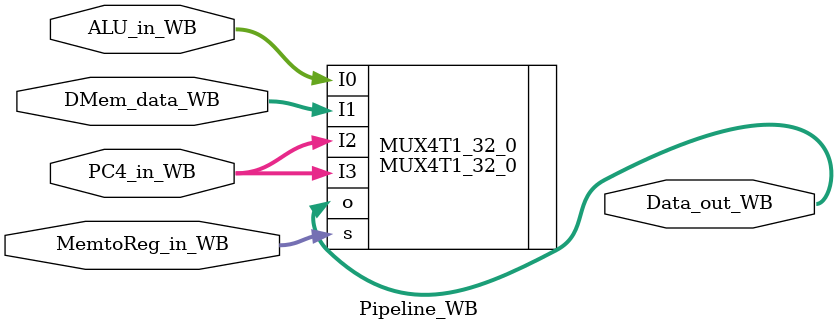
<source format=v>
`timescale 1ns / 1ps


module Pipeline_WB(
    input [1: 0] MemtoReg_in_WB,
    input [31: 0] ALU_in_WB,
    input [31: 0] DMem_data_WB,
    input [31: 0] PC4_in_WB,
    output [31: 0] Data_out_WB
    );

    MUX4T1_32_0 MUX4T1_32_0(
        .s(MemtoReg_in_WB),
        .I0(ALU_in_WB),
        .I1(DMem_data_WB),
        .I2(PC4_in_WB),
        .I3(PC4_in_WB),
        .o(Data_out_WB)
        );

endmodule

</source>
